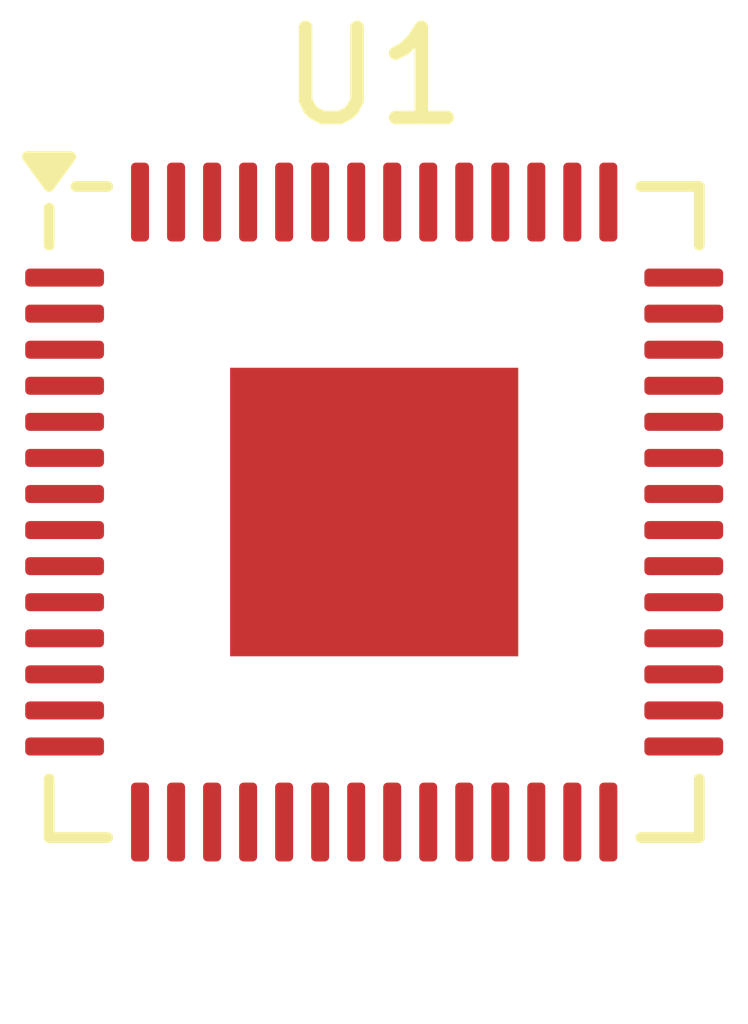
<source format=kicad_pcb>
(kicad_pcb (version 20221018) (generator pcbnew)
  (layers (0 "F.Cu" signal) (31 "B.Cu" signal) (34 "B.Paste" user) (35 "F.Paste" user) (36 "B.SilkS" user "B.Silkscreen") (37 "F.SilkS" user "F.Silkscreen") (38 "B.Mask" user) (39 "F.Mask" user) (44 "Edge.Cuts" user))
  (net 0 "")
  (net 1 "Net-(U1-IOVDD-Pad1)")
  (net 21 "Net-(U1-DVDD-Pad23)")
  (footprint "Package_DFN_QFN:QFN-56-1EP_7x7mm_P0.4mm_EP3.2x3.2mm" (layer "F.Cu") (at 105.7825 78.68)
    (fp_text reference "U1" (at 0 -4.83) (layer "F.SilkS"))
    (fp_text value "RP2040")
    (fp_line (start -3.61 -2.96) (end -3.61 -3.37) (stroke (width 0.12)) (layer "F.SilkS"))
    (fp_line (start -3.61 3.61) (end -3.61 2.96) (stroke (width 0.12)) (layer "F.SilkS"))
    (fp_line (start -2.96 -3.61) (end -3.31 -3.61) (stroke (width 0.12)) (layer "F.SilkS"))
    (fp_line (start -2.96 3.61) (end -3.61 3.61) (stroke (width 0.12)) (layer "F.SilkS"))
    (fp_line (start 2.96 -3.61) (end 3.61 -3.61) (stroke (width 0.12)) (layer "F.SilkS"))
    (fp_line (start 2.96 3.61) (end 3.61 3.61) (stroke (width 0.12)) (layer "F.SilkS"))
    (fp_line (start 3.61 -3.61) (end 3.61 -2.96) (stroke (width 0.12)) (layer "F.SilkS"))
    (fp_line (start 3.61 3.61) (end 3.61 2.96) (stroke (width 0.12)) (layer "F.SilkS"))
    (fp_poly (pts (xy -3.61 -3.61) (xy -3.85 -3.94) (xy -3.37 -3.94) (xy -3.61 -3.61)) (stroke (width 0.12)) (fill solid) (layer "F.SilkS"))
    (pad "1" smd roundrect (at -3.4375 -2.6) (size 0.875 0.2) (layers "F.Cu" "F.Paste" "F.Mask") (net 1 "Net-(U1-IOVDD-Pad1)"))
    (pad "2" smd roundrect (at -3.4375 -2.2) (size 0.875 0.2) (layers "F.Cu" "F.Paste" "F.Mask"))
    (pad "3" smd roundrect (at -3.4375 -1.8) (size 0.875 0.2) (layers "F.Cu" "F.Paste" "F.Mask"))
    (pad "4" smd roundrect (at -3.4375 -1.4) (size 0.875 0.2) (layers "F.Cu" "F.Paste" "F.Mask"))
    (pad "5" smd roundrect (at -3.4375 -1) (size 0.875 0.2) (layers "F.Cu" "F.Paste" "F.Mask"))
    (pad "6" smd roundrect (at -3.4375 -0.6) (size 0.875 0.2) (layers "F.Cu" "F.Paste" "F.Mask"))
    (pad "7" smd roundrect (at -3.4375 -0.2) (size 0.875 0.2) (layers "F.Cu" "F.Paste" "F.Mask"))
    (pad "8" smd roundrect (at -3.4375 0.2) (size 0.875 0.2) (layers "F.Cu" "F.Paste" "F.Mask"))
    (pad "9" smd roundrect (at -3.4375 0.6) (size 0.875 0.2) (layers "F.Cu" "F.Paste" "F.Mask"))
    (pad "10" smd roundrect (at -3.4375 1) (size 0.875 0.2) (layers "F.Cu" "F.Paste" "F.Mask") (net 1 "Net-(U1-IOVDD-Pad1)"))
    (pad "11" smd roundrect (at -3.4375 1.4) (size 0.875 0.2) (layers "F.Cu" "F.Paste" "F.Mask"))
    (pad "12" smd roundrect (at -3.4375 1.8) (size 0.875 0.2) (layers "F.Cu" "F.Paste" "F.Mask"))
    (pad "13" smd roundrect (at -3.4375 2.2) (size 0.875 0.2) (layers "F.Cu" "F.Paste" "F.Mask"))
    (pad "14" smd roundrect (at -3.4375 2.6) (size 0.875 0.2) (layers "F.Cu" "F.Paste" "F.Mask"))
    (pad "15" smd roundrect (at -2.6 3.4375) (size 0.2 0.875) (layers "F.Cu" "F.Paste" "F.Mask"))
    (pad "16" smd roundrect (at -2.2 3.4375) (size 0.2 0.875) (layers "F.Cu" "F.Paste" "F.Mask"))
    (pad "17" smd roundrect (at -1.8 3.4375) (size 0.2 0.875) (layers "F.Cu" "F.Paste" "F.Mask"))
    (pad "18" smd roundrect (at -1.4 3.4375) (size 0.2 0.875) (layers "F.Cu" "F.Paste" "F.Mask"))
    (pad "19" smd roundrect (at -1 3.4375) (size 0.2 0.875) (layers "F.Cu" "F.Paste" "F.Mask"))
    (pad "20" smd roundrect (at -0.6 3.4375) (size 0.2 0.875) (layers "F.Cu" "F.Paste" "F.Mask"))
    (pad "21" smd roundrect (at -0.2 3.4375) (size 0.2 0.875) (layers "F.Cu" "F.Paste" "F.Mask"))
    (pad "22" smd roundrect (at 0.2 3.4375) (size 0.2 0.875) (layers "F.Cu" "F.Paste" "F.Mask") (net 1 "Net-(U1-IOVDD-Pad1)"))
    (pad "23" smd roundrect (at 0.6 3.4375) (size 0.2 0.875) (layers "F.Cu" "F.Paste" "F.Mask") (net 21 "Net-(U1-DVDD-Pad23)"))
    (pad "24" smd roundrect (at 1 3.4375) (size 0.2 0.875) (layers "F.Cu" "F.Paste" "F.Mask"))
    (pad "25" smd roundrect (at 1.4 3.4375) (size 0.2 0.875) (layers "F.Cu" "F.Paste" "F.Mask"))
    (pad "26" smd roundrect (at 1.8 3.4375) (size 0.2 0.875) (layers "F.Cu" "F.Paste" "F.Mask"))
    (pad "27" smd roundrect (at 2.2 3.4375) (size 0.2 0.875) (layers "F.Cu" "F.Paste" "F.Mask"))
    (pad "28" smd roundrect (at 2.6 3.4375) (size 0.2 0.875) (layers "F.Cu" "F.Paste" "F.Mask"))
    (pad "29" smd roundrect (at 3.4375 2.6) (size 0.875 0.2) (layers "F.Cu" "F.Paste" "F.Mask"))
    (pad "30" smd roundrect (at 3.4375 2.2) (size 0.875 0.2) (layers "F.Cu" "F.Paste" "F.Mask"))
    (pad "31" smd roundrect (at 3.4375 1.8) (size 0.875 0.2) (layers "F.Cu" "F.Paste" "F.Mask"))
    (pad "32" smd roundrect (at 3.4375 1.4) (size 0.875 0.2) (layers "F.Cu" "F.Paste" "F.Mask"))
    (pad "33" smd roundrect (at 3.4375 1) (size 0.875 0.2) (layers "F.Cu" "F.Paste" "F.Mask") (net 1 "Net-(U1-IOVDD-Pad1)"))
    (pad "34" smd roundrect (at 3.4375 0.6) (size 0.875 0.2) (layers "F.Cu" "F.Paste" "F.Mask"))
    (pad "35" smd roundrect (at 3.4375 0.2) (size 0.875 0.2) (layers "F.Cu" "F.Paste" "F.Mask"))
    (pad "36" smd roundrect (at 3.4375 -0.2) (size 0.875 0.2) (layers "F.Cu" "F.Paste" "F.Mask"))
    (pad "37" smd roundrect (at 3.4375 -0.6) (size 0.875 0.2) (layers "F.Cu" "F.Paste" "F.Mask"))
    (pad "38" smd roundrect (at 3.4375 -1) (size 0.875 0.2) (layers "F.Cu" "F.Paste" "F.Mask"))
    (pad "39" smd roundrect (at 3.4375 -1.4) (size 0.875 0.2) (layers "F.Cu" "F.Paste" "F.Mask"))
    (pad "40" smd roundrect (at 3.4375 -1.8) (size 0.875 0.2) (layers "F.Cu" "F.Paste" "F.Mask"))
    (pad "41" smd roundrect (at 3.4375 -2.2) (size 0.875 0.2) (layers "F.Cu" "F.Paste" "F.Mask"))
    (pad "42" smd roundrect (at 3.4375 -2.6) (size 0.875 0.2) (layers "F.Cu" "F.Paste" "F.Mask") (net 1 "Net-(U1-IOVDD-Pad1)"))
    (pad "43" smd roundrect (at 2.6 -3.4375) (size 0.2 0.875) (layers "F.Cu" "F.Paste" "F.Mask"))
    (pad "44" smd roundrect (at 2.2 -3.4375) (size 0.2 0.875) (layers "F.Cu" "F.Paste" "F.Mask"))
    (pad "45" smd roundrect (at 1.8 -3.4375) (size 0.2 0.875) (layers "F.Cu" "F.Paste" "F.Mask"))
    (pad "46" smd roundrect (at 1.4 -3.4375) (size 0.2 0.875) (layers "F.Cu" "F.Paste" "F.Mask"))
    (pad "47" smd roundrect (at 1 -3.4375) (size 0.2 0.875) (layers "F.Cu" "F.Paste" "F.Mask"))
    (pad "48" smd roundrect (at 0.6 -3.4375) (size 0.2 0.875) (layers "F.Cu" "F.Paste" "F.Mask"))
    (pad "49" smd roundrect (at 0.2 -3.4375) (size 0.2 0.875) (layers "F.Cu" "F.Paste" "F.Mask") (net 1 "Net-(U1-IOVDD-Pad1)"))
    (pad "50" smd roundrect (at -0.2 -3.4375) (size 0.2 0.875) (layers "F.Cu" "F.Paste" "F.Mask") (net 21 "Net-(U1-DVDD-Pad23)"))
    (pad "51" smd roundrect (at -0.6 -3.4375) (size 0.2 0.875) (layers "F.Cu" "F.Paste" "F.Mask"))
    (pad "52" smd roundrect (at -1 -3.4375) (size 0.2 0.875) (layers "F.Cu" "F.Paste" "F.Mask"))
    (pad "53" smd roundrect (at -1.4 -3.4375) (size 0.2 0.875) (layers "F.Cu" "F.Paste" "F.Mask"))
    (pad "54" smd roundrect (at -1.8 -3.4375) (size 0.2 0.875) (layers "F.Cu" "F.Paste" "F.Mask"))
    (pad "55" smd roundrect (at -2.2 -3.4375) (size 0.2 0.875) (layers "F.Cu" "F.Paste" "F.Mask"))
    (pad "56" smd roundrect (at -2.6 -3.4375) (size 0.2 0.875) (layers "F.Cu" "F.Paste" "F.Mask"))
    (pad "57" smd rect (at 0 0) (size 3.2 3.2) (property pad_prop_heatsink) (layers "F.Cu" "F.Mask"))
  )
)
</source>
